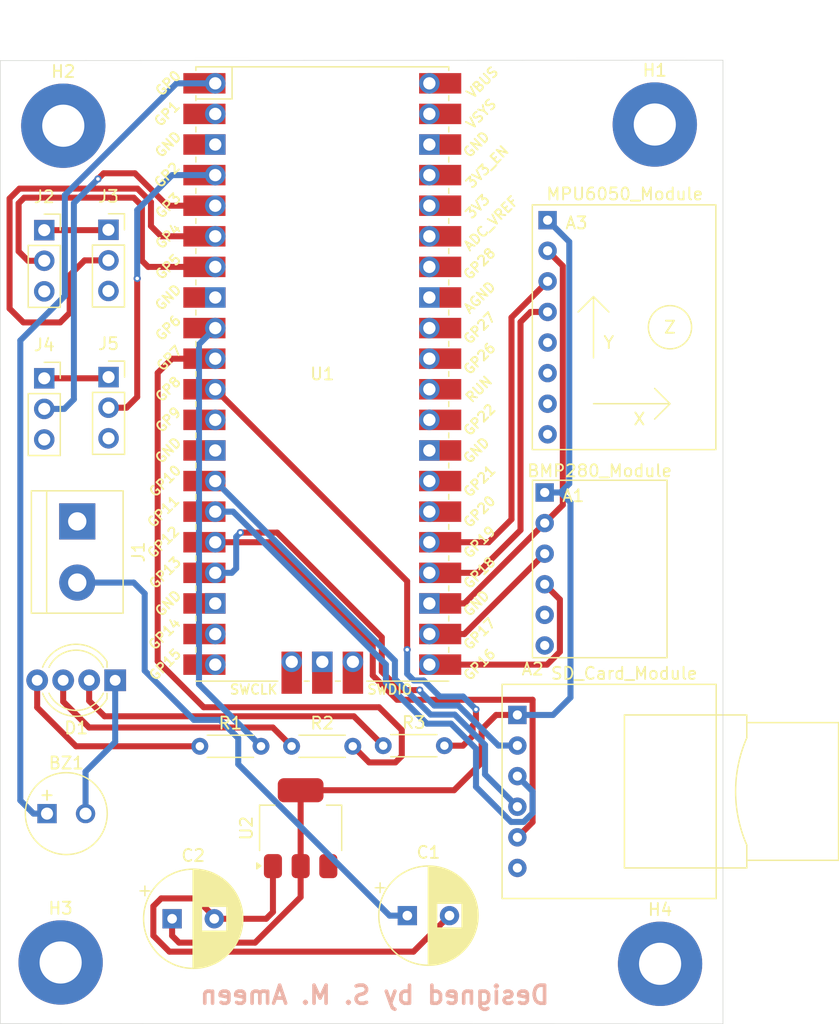
<source format=kicad_pcb>
(kicad_pcb (version 20240108) (generator "pcbnew") (generator_version "8.0")
  (layers (0 "F.Cu" signal) (31 "B.Cu" signal) (34 "B.Paste" user) (35 "F.Paste" user) (36 "B.SilkS" user "B.Silkscreen") (37 "F.SilkS" user "F.Silkscreen") (38 "B.Mask" user) (39 "F.Mask" user) (44 "Edge.Cuts" user))
  (net 0 "")
  (net 1 "BMP_SCL")
  (net 2 "/5v")
  (net 4 "BMP_SDA")
  (net 6 "GND")
  (net 7 "SD_CS")
  (net 8 "SD_MISO")
  (net 9 "SD_MOSI")
  (net 10 "SD_CLK")
  (net 11 "IMU_SDA")
  (net 16 "IMU_SCL")
  (net 17 "/BUZZER")
  (net 18 "/POWER")
  (net 19 "Net-(D1-GA)")
  (net 20 "Net-(D1-BA)")
  (net 21 "Net-(D1-RA)")
  (net 22 "/3.3v")
  (net 23 "/ESC_SIG_1")
  (net 24 "/ESC_SIG_2")
  (net 25 "/ESC_SIG_3")
  (net 26 "/ESC_SIG_4")
  (net 27 "LED_BLUE")
  (net 28 "LED_GREEN")
  (net 29 "LED_RED")
  (footprint "MountingHole:MountingHole_3.5mm_Pad" (layer "F.Cu") (at 170.01 125.38)
    (property "Reference" "H3" (at 0 -4.5 0) (layer "F.SilkS"))
    (property "Value" "MountingHole" (hide yes))
    (pad "1" thru_hole circle (at 0 0) (size 7 7) (drill 3.5) (layers "*.Cu" "*.Mask"))
  )
  (footprint "MountingHole:MountingHole_3.5mm_Pad" (layer "F.Cu") (at 219.35 55.81)
    (property "Reference" "H1" (at 0 -4.5 0) (layer "F.SilkS"))
    (property "Value" "MountingHole" (hide yes))
    (pad "1" thru_hole circle (at 0 0) (size 7 7) (drill 3.5) (layers "*.Cu" "*.Mask"))
  )
  (footprint "Resistor_THT:R_Axial_DIN0204_L3.6mm_D1.6mm_P5.08mm_Horizontal" (layer "F.Cu") (at 196.8 107.38)
    (property "Reference" "R3" (at 2.54 -1.92 0) (layer "F.SilkS"))
    (property "Value" "330" (hide yes))
    (pad "1" thru_hole circle (at 0 0) (size 1.4 1.4) (drill 0.7) (layers "*.Cu" "*.Mask") (net 21 "Net-(D1-RA)"))
    (pad "2" thru_hole oval (at 5.08 0) (size 1.4 1.4) (drill 0.7) (layers "*.Cu" "*.Mask") (net 29 "LED_RED"))
  )
  (footprint "Connector_PinSocket_2.54mm:PinSocket_1x03_P2.54mm_Vertical" (layer "F.Cu") (at 173.99 76.78)
    (property "Reference" "J5" (at 0 -2.77 0) (layer "F.SilkS"))
    (property "Value" "ESC_4")
    (pad "1" thru_hole rect (at 0 0) (size 1.7 1.7) (drill 1) (layers "*.Cu" "*.Mask") (net 22 "/3.3v"))
    (pad "2" thru_hole oval (at 0 2.54) (size 1.7 1.7) (drill 1) (layers "*.Cu" "*.Mask") (net 26 "/ESC_SIG_4"))
    (pad "3" thru_hole oval (at 0 5.08) (size 1.7 1.7) (drill 1) (layers "*.Cu" "*.Mask") (net 6 "GND"))
  )
  (footprint "Connector_PinSocket_2.54mm:PinSocket_1x03_P2.54mm_Vertical" (layer "F.Cu") (at 173.98 64.55)
    (property "Reference" "J3" (at 0 -2.77 0) (layer "F.SilkS"))
    (property "Value" "ESC_2")
    (pad "1" thru_hole rect (at 0 0) (size 1.7 1.7) (drill 1) (layers "*.Cu" "*.Mask") (net 22 "/3.3v"))
    (pad "2" thru_hole oval (at 0 2.54) (size 1.7 1.7) (drill 1) (layers "*.Cu" "*.Mask") (net 24 "/ESC_SIG_2"))
    (pad "3" thru_hole oval (at 0 5.08) (size 1.7 1.7) (drill 1) (layers "*.Cu" "*.Mask") (net 6 "GND"))
  )
  (footprint "RaspberryPi_and_Boards:RPi_Pico_SMD_TH" (layer "F.Cu") (at 191.74 76.52)
    (property "Reference" "U1" (at 0 0 0) (layer "F.SilkS"))
    (property "Value" "Raspberry Pi Pico Development Board")
    (fp_text user "GND" (at -12.8 -6.35 45) (layer "F.SilkS") (effects (font (size 0.8 0.8))))
    (fp_text user "GP15" (at -13.054 24.13 45) (layer "F.SilkS") (effects (font (size 0.8 0.8))))
    (fp_text user "GP10" (at -13.054 8.89 45) (layer "F.SilkS") (effects (font (size 0.8 0.8))))
    (fp_text user "SWDIO" (at 5.6 26.2 0) (layer "F.SilkS") (effects (font (size 0.8 0.8))))
    (fp_text user "VBUS" (at 13.3 -24.2 45) (layer "F.SilkS") (effects (font (size 0.8 0.8))))
    (fp_text user "RUN" (at 13 1.27 45) (layer "F.SilkS") (effects (font (size 0.8 0.8))))
    (fp_text user "GP13" (at -13.054 16.51 45) (layer "F.SilkS") (effects (font (size 0.8 0.8))))
    (fp_text user "GP3" (at -12.8 -13.97 45) (layer "F.SilkS") (effects (font (size 0.8 0.8))))
    (fp_text user "GND" (at 12.8 -19.05 45) (layer "F.SilkS") (effects (font (size 0.8 0.8))))
    (fp_text user "GP8" (at -12.8 1.27 45) (layer "F.SilkS") (effects (font (size 0.8 0.8))))
    (fp_text user "GP4" (at -12.8 -11.43 45) (layer "F.SilkS") (effects (font (size 0.8 0.8))))
    (fp_text user "GP19" (at 13.054 13.97 45) (layer "F.SilkS") (effects (font (size 0.8 0.8))))
    (fp_text user "GP20" (at 13.054 11.43 45) (layer "F.SilkS") (effects (font (size 0.8 0.8))))
    (fp_text user "GP27" (at 13.054 -3.8 45) (layer "F.SilkS") (effects (font (size 0.8 0.8))))
    (fp_text user "GP18" (at 13.054 16.51 45) (layer "F.SilkS") (effects (font (size 0.8 0.8))))
    (fp_text user "GP17" (at 13.054 21.59 45) (layer "F.SilkS") (effects (font (size 0.8 0.8))))
    (fp_text user "GND" (at -12.8 19.05 45) (layer "F.SilkS") (effects (font (size 0.8 0.8))))
    (fp_text user "GND" (at -12.8 -19.05 45) (layer "F.SilkS") (effects (font (size 0.8 0.8))))
    (fp_text user "GP21" (at 13.054 8.9 45) (layer "F.SilkS") (effects (font (size 0.8 0.8))))
    (fp_text user "GP26" (at 13.054 -1.27 45) (layer "F.SilkS") (effects (font (size 0.8 0.8))))
    (fp_text user "VSYS" (at 13.2 -21.59 45) (layer "F.SilkS") (effects (font (size 0.8 0.8))))
    (fp_text user "GND" (at -12.8 6.35 45) (layer "F.SilkS") (effects (font (size 0.8 0.8))))
    (fp_text user "AGND" (at 13.054 -6.35 45) (layer "F.SilkS") (effects (font (size 0.8 0.8))))
    (fp_text user "3V3_EN" (at 13.7 -17.2 45) (layer "F.SilkS") (effects (font (size 0.8 0.8))))
    (fp_text user "GP16" (at 13.054 24.13 45) (layer "F.SilkS") (effects (font (size 0.8 0.8))))
    (fp_text user "ADC_VREF" (at 14 -12.5 45) (layer "F.SilkS") (effects (font (size 0.8 0.8))))
    (fp_text user "GP7" (at -12.7 -1.3 45) (layer "F.SilkS") (effects (font (size 0.8 0.8))))
    (fp_text user "GP2" (at -12.9 -16.51 45) (layer "F.SilkS") (effects (font (size 0.8 0.8))))
    (fp_text user "GP28" (at 13.054 -9.144 45) (layer "F.SilkS") (effects (font (size 0.8 0.8))))
    (fp_text user "GP0" (at -12.8 -24.13 45) (layer "F.SilkS") (effects (font (size 0.8 0.8))))
    (fp_text user "GP1" (at -12.9 -21.6 45) (layer "F.SilkS") (effects (font (size 0.8 0.8))))
    (fp_text user "GP12" (at -13.2 13.97 45) (layer "F.SilkS") (effects (font (size 0.8 0.8))))
    (fp_text user "GP11" (at -13.2 11.43 45) (layer "F.SilkS") (effects (font (size 0.8 0.8))))
    (fp_text user "3V3" (at 12.9 -13.9 45) (layer "F.SilkS") (effects (font (size 0.8 0.8))))
    (fp_text user "GP22" (at 13.054 3.81 45) (layer "F.SilkS") (effects (font (size 0.8 0.8))))
    (fp_text user "GP9" (at -12.8 3.81 45) (layer "F.SilkS") (effects (font (size 0.8 0.8))))
    (fp_text user "GP14" (at -13.1 21.59 45) (layer "F.SilkS") (effects (font (size 0.8 0.8))))
    (fp_text user "GND" (at 12.8 6.35 45) (layer "F.SilkS") (effects (font (size 0.8 0.8))))
    (fp_text user "GND" (at 12.8 19.05 45) (layer "F.SilkS") (effects (font (size 0.8 0.8))))
    (fp_text user "SWCLK" (at -5.7 26.2 0) (layer "F.SilkS") (effects (font (size 0.8 0.8))))
    (fp_text user "GP5" (at -12.8 -8.89 45) (layer "F.SilkS") (effects (font (size 0.8 0.8))))
    (fp_text user "GP6" (at -12.8 -3.81 45) (layer "F.SilkS") (effects (font (size 0.8 0.8))))
    (pad "" np_thru_hole oval (at -2.725 -24) (size 1.8 1.8) (drill 1.8) (layers "*.Cu" "*.Mask"))
    (pad "" np_thru_hole oval (at -2.425 -20.97) (size 1.5 1.5) (drill 1.5) (layers "*.Cu" "*.Mask"))
    (pad "" np_thru_hole oval (at 2.425 -20.97) (size 1.5 1.5) (drill 1.5) (layers "*.Cu" "*.Mask"))
    (pad "" np_thru_hole oval (at 2.725 -24) (size 1.8 1.8) (drill 1.8) (layers "*.Cu" "*.Mask"))
    (pad "1" thru_hole oval (at -8.89 -24.13) (size 1.7 1.7) (drill 1.02) (layers "*.Cu" "*.Mask") (net 17 "/BUZZER"))
    (pad "1" smd rect (at -8.89 -24.13) (size 3.5 1.7) (drill (offset -0.9 0)) (layers "F.Cu" "F.Mask") (net 17 "/BUZZER"))
    (pad "2" thru_hole oval (at -8.89 -21.59) (size 1.7 1.7) (drill 1.02) (layers "*.Cu" "*.Mask"))
    (pad "2" smd rect (at -8.89 -21.59) (size 3.5 1.7) (drill (offset -0.9 0)) (layers "F.Cu" "F.Mask"))
    (pad "3" thru_hole rect (at -8.89 -19.05) (size 1.7 1.7) (drill 1.02) (layers "*.Cu" "*.Mask") (net 6 "GND"))
    (pad "3" smd rect (at -8.89 -19.05) (size 3.5 1.7) (drill (offset -0.9 0)) (layers "F.Cu" "F.Mask") (net 6 "GND"))
    (pad "4" thru_hole oval (at -8.89 -16.51) (size 1.7 1.7) (drill 1.02) (layers "*.Cu" "*.Mask") (net 26 "/ESC_SIG_4"))
    (pad "4" smd rect (at -8.89 -16.51) (size 3.5 1.7) (drill (offset -0.9 0)) (layers "F.Cu" "F.Mask") (net 26 "/ESC_SIG_4"))
    (pad "5" thru_hole oval (at -8.89 -13.97) (size 1.7 1.7) (drill 1.02) (layers "*.Cu" "*.Mask") (net 25 "/ESC_SIG_3"))
    (pad "5" smd rect (at -8.89 -13.97) (size 3.5 1.7) (drill (offset -0.9 0)) (layers "F.Cu" "F.Mask") (net 25 "/ESC_SIG_3"))
    (pad "6" thru_hole oval (at -8.89 -11.43) (size 1.7 1.7) (drill 1.02) (layers "*.Cu" "*.Mask") (net 24 "/ESC_SIG_2"))
    (pad "6" smd rect (at -8.89 -11.43) (size 3.5 1.7) (drill (offset -0.9 0)) (layers "F.Cu" "F.Mask") (net 24 "/ESC_SIG_2"))
    (pad "7" thru_hole oval (at -8.89 -8.89) (size 1.7 1.7) (drill 1.02) (layers "*.Cu" "*.Mask") (net 23 "/ESC_SIG_1"))
    (pad "7" smd rect (at -8.89 -8.89) (size 3.5 1.7) (drill (offset -0.9 0)) (layers "F.Cu" "F.Mask") (net 23 "/ESC_SIG_1"))
    (pad "8" thru_hole rect (at -8.89 -6.35) (size 1.7 1.7) (drill 1.02) (layers "*.Cu" "*.Mask") (net 6 "GND"))
    (pad "8" smd rect (at -8.89 -6.35) (size 3.5 1.7) (drill (offset -0.9 0)) (layers "F.Cu" "F.Mask") (net 6 "GND"))
    (pad "9" thru_hole oval (at -8.89 -3.81) (size 1.7 1.7) (drill 1.02) (layers "*.Cu" "*.Mask") (net 27 "LED_BLUE"))
    (pad "9" smd rect (at -8.89 -3.81) (size 3.5 1.7) (drill (offset -0.9 0)) (layers "F.Cu" "F.Mask") (net 27 "LED_BLUE"))
    (pad "10" thru_hole oval (at -8.89 -1.27) (size 1.7 1.7) (drill 1.02) (layers "*.Cu" "*.Mask") (net 28 "LED_GREEN"))
    (pad "10" smd rect (at -8.89 -1.27) (size 3.5 1.7) (drill (offset -0.9 0)) (layers "F.Cu" "F.Mask") (net 28 "LED_GREEN"))
    (pad "11" thru_hole oval (at -8.89 1.27) (size 1.7 1.7) (drill 1.02) (layers "*.Cu" "*.Mask") (net 29 "LED_RED"))
    (pad "11" smd rect (at -8.89 1.27) (size 3.5 1.7) (drill (offset -0.9 0)) (layers "F.Cu" "F.Mask") (net 29 "LED_RED"))
    (pad "12" thru_hole oval (at -8.89 3.81) (size 1.7 1.7) (drill 1.02) (layers "*.Cu" "*.Mask"))
    (pad "12" smd rect (at -8.89 3.81) (size 3.5 1.7) (drill (offset -0.9 0)) (layers "F.Cu" "F.Mask"))
    (pad "13" thru_hole rect (at -8.89 6.35) (size 1.7 1.7) (drill 1.02) (layers "*.Cu" "*.Mask") (net 6 "GND"))
    (pad "13" smd rect (at -8.89 6.35) (size 3.5 1.7) (drill (offset -0.9 0)) (layers "F.Cu" "F.Mask") (net 6 "GND"))
    (pad "14" thru_hole oval (at -8.89 8.89) (size 1.7 1.7) (drill 1.02) (layers "*.Cu" "*.Mask") (net 10 "SD_CLK"))
    (pad "14" smd rect (at -8.89 8.89) (size 3.5 1.7) (drill (offset -0.9 0)) (layers "F.Cu" "F.Mask") (net 10 "SD_CLK"))
    (pad "15" thru_hole oval (at -8.89 11.43) (size 1.7 1.7) (drill 1.02) (layers "*.Cu" "*.Mask") (net 9 "SD_MOSI"))
    (pad "15" smd rect (at -8.89 11.43) (size 3.5 1.7) (drill (offset -0.9 0)) (layers "F.Cu" "F.Mask") (net 9 "SD_MOSI"))
    (pad "16" thru_hole oval (at -8.89 13.97) (size 1.7 1.7) (drill 1.02) (layers "*.Cu" "*.Mask") (net 8 "SD_MISO"))
    (pad "16" smd rect (at -8.89 13.97) (size 3.5 1.7) (drill (offset -0.9 0)) (layers "F.Cu" "F.Mask") (net 8 "SD_MISO"))
    (pad "17" thru_hole oval (at -8.89 16.51) (size 1.7 1.7) (drill 1.02) (layers "*.Cu" "*.Mask") (net 7 "SD_CS"))
    (pad "17" smd rect (at -8.89 16.51) (size 3.5 1.7) (drill (offset -0.9 0)) (layers "F.Cu" "F.Mask") (net 7 "SD_CS"))
    (pad "18" thru_hole rect (at -8.89 19.05) (size 1.7 1.7) (drill 1.02) (layers "*.Cu" "*.Mask") (net 6 "GND"))
    (pad "18" smd rect (at -8.89 19.05) (size 3.5 1.7) (drill (offset -0.9 0)) (layers "F.Cu" "F.Mask") (net 6 "GND"))
    (pad "19" thru_hole oval (at -8.89 21.59) (size 1.7 1.7) (drill 1.02) (layers "*.Cu" "*.Mask"))
    (pad "19" smd rect (at -8.89 21.59) (size 3.5 1.7) (drill (offset -0.9 0)) (layers "F.Cu" "F.Mask"))
    (pad "20" thru_hole oval (at -8.89 24.13) (size 1.7 1.7) (drill 1.02) (layers "*.Cu" "*.Mask"))
    (pad "20" smd rect (at -8.89 24.13) (size 3.5 1.7) (drill (offset -0.9 0)) (layers "F.Cu" "F.Mask"))
    (pad "21" thru_hole oval (at 8.89 24.13) (size 1.7 1.7) (drill 1.02) (layers "*.Cu" "*.Mask") (net 4 "BMP_SDA"))
    (pad "21" smd rect (at 8.89 24.13) (size 3.5 1.7) (drill (offset 0.9 0)) (layers "F.Cu" "F.Mask") (net 4 "BMP_SDA"))
    (pad "22" thru_hole oval (at 8.89 21.59) (size 1.7 1.7) (drill 1.02) (layers "*.Cu" "*.Mask") (net 1 "BMP_SCL"))
    (pad "22" smd rect (at 8.89 21.59) (size 3.5 1.7) (drill (offset 0.9 0)) (layers "F.Cu" "F.Mask") (net 1 "BMP_SCL"))
    (pad "23" thru_hole rect (at 8.89 19.05) (size 1.7 1.7) (drill 1.02) (layers "*.Cu" "*.Mask") (net 6 "GND"))
    (pad "23" smd rect (at 8.89 19.05) (size 3.5 1.7) (drill (offset 0.9 0)) (layers "F.Cu" "F.Mask") (net 6 "GND"))
    (pad "24" thru_hole oval (at 8.89 16.51) (size 1.7 1.7) (drill 1.02) (layers "*.Cu" "*.Mask") (net 11 "IMU_SDA"))
    (pad "24" smd rect (at 8.89 16.51) (size 3.5 1.7) (drill (offset 0.9 0)) (layers "F.Cu" "F.Mask") (net 11 "IMU_SDA"))
    (pad "25" thru_hole oval (at 8.89 13.97) (size 1.7 1.7) (drill 1.02) (layers "*.Cu" "*.Mask") (net 16 "IMU_SCL"))
    (pad "25" smd rect (at 8.89 13.97) (size 3.5 1.7) (drill (offset 0.9 0)) (layers "F.Cu" "F.Mask") (net 16 "IMU_SCL"))
    (pad "26" thru_hole oval (at 8.89 11.43) (size 1.7 1.7) (drill 1.02) (layers "*.Cu" "*.Mask"))
    (pad "26" smd rect (at 8.89 11.43) (size 3.5 1.7) (drill (offset 0.9 0)) (layers "F.Cu" "F.Mask"))
    (pad "27" thru_hole oval (at 8.89 8.89) (size 1.7 1.7) (drill 1.02) (layers "*.Cu" "*.Mask"))
    (pad "27" smd rect (at 8.89 8.89) (size 3.5 1.7) (drill (offset 0.9 0)) (layers "F.Cu" "F.Mask"))
    (pad "28" thru_hole rect (at 8.89 6.35) (size 1.7 1.7) (drill 1.02) (layers "*.Cu" "*.Mask") (net 6 "GND"))
    (pad "28" smd rect (at 8.89 6.35) (size 3.5 1.7) (drill (offset 0.9 0)) (layers "F.Cu" "F.Mask") (net 6 "GND"))
    (pad "29" thru_hole oval (at 8.89 3.81) (size 1.7 1.7) (drill 1.02) (layers "*.Cu" "*.Mask"))
    (pad "29" smd rect (at 8.89 3.81) (size 3.5 1.7) (drill (offset 0.9 0)) (layers "F.Cu" "F.Mask"))
    (pad "30" thru_hole oval (at 8.89 1.27) (size 1.7 1.7) (drill 1.02) (layers "*.Cu" "*.Mask"))
    (pad "30" smd rect (at 8.89 1.27) (size 3.5 1.7) (drill (offset 0.9 0)) (layers "F.Cu" "F.Mask"))
    (pad "31" thru_hole oval (at 8.89 -1.27) (size 1.7 1.7) (drill 1.02) (layers "*.Cu" "*.Mask"))
    (pad "31" smd rect (at 8.89 -1.27) (size 3.5 1.7) (drill (offset 0.9 0)) (layers "F.Cu" "F.Mask"))
    (pad "32" thru_hole oval (at 8.89 -3.81) (size 1.7 1.7) (drill 1.02) (layers "*.Cu" "*.Mask"))
    (pad "32" smd rect (at 8.89 -3.81) (size 3.5 1.7) (drill (offset 0.9 0)) (layers "F.Cu" "F.Mask"))
    (pad "33" thru_hole rect (at 8.89 -6.35) (size 1.7 1.7) (drill 1.02) (layers "*.Cu" "*.Mask") (net 6 "GND"))
    (pad "33" smd rect (at 8.89 -6.35) (size 3.5 1.7) (drill (offset 0.9 0)) (layers "F.Cu" "F.Mask") (net 6 "GND"))
    (pad "34" thru_hole oval (at 8.89 -8.89) (size 1.7 1.7) (drill 1.02) (layers "*.Cu" "*.Mask"))
    (pad "34" smd rect (at 8.89 -8.89) (size 3.5 1.7) (drill (offset 0.9 0)) (layers "F.Cu" "F.Mask"))
    (pad "35" thru_hole oval (at 8.89 -11.43) (size 1.7 1.7) (drill 1.02) (layers "*.Cu" "*.Mask"))
    (pad "35" smd rect (at 8.89 -11.43) (size 3.5 1.7) (drill (offset 0.9 0)) (layers "F.Cu" "F.Mask"))
    (pad "36" thru_hole oval (at 8.89 -13.97) (size 1.7 1.7) (drill 1.02) (layers "*.Cu" "*.Mask"))
    (pad "36" smd rect (at 8.89 -13.97) (size 3.5 1.7) (drill (offset 0.9 0)) (layers "F.Cu" "F.Mask"))
    (pad "37" thru_hole oval (at 8.89 -16.51) (size 1.7 1.7) (drill 1.02) (layers "*.Cu" "*.Mask"))
    (pad "37" smd rect (at 8.89 -16.51) (size 3.5 1.7) (drill (offset 0.9 0)) (layers "F.Cu" "F.Mask"))
    (pad "38" thru_hole rect (at 8.89 -19.05) (size 1.7 1.7) (drill 1.02) (layers "*.Cu" "*.Mask") (net 6 "GND"))
    (pad "38" smd rect (at 8.89 -19.05) (size 3.5 1.7) (drill (offset 0.9 0)) (layers "F.Cu" "F.Mask") (net 6 "GND"))
    (pad "39" thru_hole oval (at 8.89 -21.59) (size 1.7 1.7) (drill 1.02) (layers "*.Cu" "*.Mask") (net 2 "/5v"))
    (pad "39" smd rect (at 8.89 -21.59) (size 3.5 1.7) (drill (offset 0.9 0)) (layers "F.Cu" "F.Mask") (net 2 "/5v"))
    (pad "40" thru_hole oval (at 8.89 -24.13) (size 1.7 1.7) (drill 1.02) (layers "*.Cu" "*.Mask"))
    (pad "40" smd rect (at 8.89 -24.13) (size 3.5 1.7) (drill (offset 0.9 0)) (layers "F.Cu" "F.Mask"))
    (pad "41" thru_hole oval (at -2.54 23.9) (size 1.7 1.7) (drill 1.02) (layers "*.Cu" "*.Mask"))
    (pad "41" smd rect (at -2.54 23.9 90) (size 3.5 1.7) (drill (offset -0.9 0)) (layers "F.Cu" "F.Mask"))
    (pad "42" thru_hole rect (at 0 23.9) (size 1.7 1.7) (drill 1.02) (layers "*.Cu" "*.Mask"))
    (pad "42" smd rect (at 0 23.9 90) (size 3.5 1.7) (drill (offset -0.9 0)) (layers "F.Cu" "F.Mask"))
    (pad "43" thru_hole oval (at 2.54 23.9) (size 1.7 1.7) (drill 1.02) (layers "*.Cu" "*.Mask"))
    (pad "43" smd rect (at 2.54 23.9 90) (size 3.5 1.7) (drill (offset -0.9 0)) (layers "F.Cu" "F.Mask"))
  )
  (footprint "Connector_PinSocket_2.54mm:PinSocket_1x03_P2.54mm_Vertical" (layer "F.Cu") (at 168.65 64.58)
    (property "Reference" "J2" (at 0 -2.77 0) (layer "F.SilkS"))
    (property "Value" "ESC_1")
    (pad "1" thru_hole rect (at 0 0) (size 1.7 1.7) (drill 1) (layers "*.Cu" "*.Mask") (net 22 "/3.3v"))
    (pad "2" thru_hole oval (at 0 2.54) (size 1.7 1.7) (drill 1) (layers "*.Cu" "*.Mask") (net 23 "/ESC_SIG_1"))
    (pad "3" thru_hole oval (at 0 5.08) (size 1.7 1.7) (drill 1) (layers "*.Cu" "*.Mask") (net 6 "GND"))
  )
  (footprint "MountingHole:MountingHole_3.5mm_Pad" (layer "F.Cu") (at 219.79 125.49)
    (property "Reference" "H4" (at 0 -4.5 0) (layer "F.SilkS"))
    (property "Value" "MountingHole" (hide yes))
    (pad "1" thru_hole circle (at 0 0) (size 7 7) (drill 3.5) (layers "*.Cu" "*.Mask"))
  )
  (footprint "Capacitor_THT:CP_Radial_D8.0mm_P3.50mm" (layer "F.Cu") (at 179.267349 121.75)
    (property "Reference" "C2" (at 1.75 -5.25 0) (layer "F.SilkS"))
    (property "Value" "10uf")
    (pad "1" thru_hole rect (at 0 0) (size 1.6 1.6) (drill 0.8) (layers "*.Cu" "*.Mask") (net 2 "/5v"))
    (pad "2" thru_hole circle (at 3.5 0) (size 1.6 1.6) (drill 0.8) (layers "*.Cu" "*.Mask") (net 6 "GND"))
  )
  (footprint "LED_THT:LED_D5.0mm-4_RGB_Wide_Pins" (layer "F.Cu") (at 174.54 101.95 180)
    (property "Reference" "D1" (at 3.2385 -3.96 180) (layer "F.SilkS"))
    (property "Value" "RGB LED")
    (pad "1" thru_hole rect (at 0 0 180) (size 1.8 1.8) (drill 0.9) (layers "*.Cu" "*.Mask") (net 6 "GND"))
    (pad "2" thru_hole circle (at 2.159 0 180) (size 1.8 1.8) (drill 0.9) (layers "*.Cu" "*.Mask") (net 21 "Net-(D1-RA)"))
    (pad "3" thru_hole circle (at 4.318 0 180) (size 1.8 1.8) (drill 0.9) (layers "*.Cu" "*.Mask") (net 19 "Net-(D1-GA)"))
    (pad "4" thru_hole circle (at 6.477 0 180) (size 1.8 1.8) (drill 0.9) (layers "*.Cu" "*.Mask") (net 20 "Net-(D1-BA)"))
  )
  (footprint "Package_TO_SOT_SMD:SOT-223-3_TabPin2" (layer "F.Cu") (at 189.94 114.23 90)
    (property "Reference" "U2" (at 0 -4.5 270) (layer "F.SilkS"))
    (property "Value" "AMS1117-5.0")
    (pad "1" smd roundrect (at -3.15 -2.3 90) (size 2 1.5) (layers "F.Cu" "F.Paste" "F.Mask") (net 6 "GND"))
    (pad "2" smd roundrect (at -3.15 0 90) (size 2 1.5) (layers "F.Cu" "F.Paste" "F.Mask") (net 2 "/5v"))
    (pad "2" smd roundrect (at 3.15 0 90) (size 2 3.8) (layers "F.Cu" "F.Paste" "F.Mask") (net 2 "/5v"))
    (pad "3" smd roundrect (at -3.15 2.3 90) (size 2 1.5) (layers "F.Cu" "F.Paste" "F.Mask") (net 18 "/POWER"))
  )
  (footprint "MountingHole:MountingHole_3.5mm_Pad" (layer "F.Cu") (at 170.23 55.91)
    (property "Reference" "H2" (at 0 -4.5 0) (layer "F.SilkS"))
    (property "Value" "MountingHole" (hide yes))
    (pad "1" thru_hole circle (at 0 0) (size 7 7) (drill 3.5) (layers "*.Cu" "*.Mask"))
  )
  (footprint "Resistor_THT:R_Axial_DIN0204_L3.6mm_D1.6mm_P5.08mm_Horizontal" (layer "F.Cu") (at 189.19 107.43)
    (property "Reference" "R2" (at 2.54 -1.92 0) (layer "F.SilkS"))
    (property "Value" "330" (hide yes))
    (pad "1" thru_hole circle (at 0 0) (size 1.4 1.4) (drill 0.7) (layers "*.Cu" "*.Mask") (net 19 "Net-(D1-GA)"))
    (pad "2" thru_hole oval (at 5.08 0) (size 1.4 1.4) (drill 0.7) (layers "*.Cu" "*.Mask") (net 28 "LED_GREEN"))
  )
  (footprint "Connector_PinSocket_2.54mm:PinSocket_1x03_P2.54mm_Vertical" (layer "F.Cu") (at 168.65 76.88)
    (property "Reference" "J4" (at 0 -2.77 0) (layer "F.SilkS"))
    (property "Value" "ESC_3")
    (pad "1" thru_hole rect (at 0 0) (size 1.7 1.7) (drill 1) (layers "*.Cu" "*.Mask") (net 22 "/3.3v"))
    (pad "2" thru_hole oval (at 0 2.54) (size 1.7 1.7) (drill 1) (layers "*.Cu" "*.Mask") (net 25 "/ESC_SIG_3"))
    (pad "3" thru_hole oval (at 0 5.08) (size 1.7 1.7) (drill 1) (layers "*.Cu" "*.Mask") (net 6 "GND"))
  )
  (footprint "Charleslabs_Parts:MPU6050_Module" (layer "F.Cu") (at 210.45 63.75)
    (property "Reference" "A3" (at 2.4 0.23 0) (layer "F.SilkS"))
    (property "Value" "MPU6050_Module" (at 6.41 -2.17 0) (layer "F.SilkS"))
    (fp_text user "Y" (at 5.08 10.16 0) (layer "F.SilkS"))
    (fp_text user "Z" (at 10.16 8.89 0) (layer "F.SilkS"))
    (fp_text user "X" (at 7.62 16.51 0) (layer "F.SilkS"))
    (pad "1" thru_hole rect (at 0 0) (size 1.524 1.524) (drill 0.762) (layers "*.Cu" "*.Mask") (net 2 "/5v"))
    (pad "2" thru_hole circle (at 0 2.54) (size 1.524 1.524) (drill 0.762) (layers "*.Cu" "*.Mask") (net 6 "GND"))
    (pad "3" thru_hole circle (at 0 5.08) (size 1.524 1.524) (drill 0.762) (layers "*.Cu" "*.Mask") (net 16 "IMU_SCL"))
    (pad "4" thru_hole circle (at 0 7.62) (size 1.524 1.524) (drill 0.762) (layers "*.Cu" "*.Mask") (net 11 "IMU_SDA"))
    (pad "5" thru_hole circle (at 0 10.16) (size 1.524 1.524) (drill 0.762) (layers "*.Cu" "*.Mask"))
    (pad "6" thru_hole circle (at 0 12.7) (size 1.524 1.524) (drill 0.762) (layers "*.Cu" "*.Mask"))
    (pad "7" thru_hole circle (at 0 15.24) (size 1.524 1.524) (drill 0.762) (layers "*.Cu" "*.Mask"))
    (pad "8" thru_hole circle (at 0 17.78) (size 1.524 1.524) (drill 0.762) (layers "*.Cu" "*.Mask"))
  )
  (footprint "Capacitor_THT:CP_Radial_D8.0mm_P3.50mm" (layer "F.Cu") (at 198.8 121.49)
    (property "Reference" "C1" (at 1.75 -5.25 360) (layer "F.SilkS"))
    (property "Value" "10uf")
    (pad "1" thru_hole rect (at 0 0) (size 1.6 1.6) (drill 0.8) (layers "*.Cu" "*.Mask") (net 18 "/POWER"))
    (pad "2" thru_hole circle (at 3.5 0) (size 1.6 1.6) (drill 0.8) (layers "*.Cu" "*.Mask") (net 6 "GND"))
  )
  (footprint "Resistor_THT:R_Axial_DIN0204_L3.6mm_D1.6mm_P5.08mm_Horizontal" (layer "F.Cu") (at 181.57 107.43)
    (property "Reference" "R1" (at 2.54 -1.92 0) (layer "F.SilkS"))
    (property "Value" "300" (hide yes))
    (pad "1" thru_hole circle (at 0 0) (size 1.4 1.4) (drill 0.7) (layers "*.Cu" "*.Mask") (net 20 "Net-(D1-BA)"))
    (pad "2" thru_hole oval (at 5.08 0) (size 1.4 1.4) (drill 0.7) (layers "*.Cu" "*.Mask") (net 27 "LED_BLUE"))
  )
  (footprint "TerminalBlock:TerminalBlock_bornier-2_P5.08mm" (layer "F.Cu") (at 171.39 88.76 -90)
    (property "Reference" "J1" (at 2.54 -5.08 90) (layer "F.SilkS"))
    (property "Value" "Power Supply ")
    (pad "1" thru_hole rect (at 0 0 270) (size 3 3) (drill 1.52) (layers "*.Cu" "*.Mask") (net 6 "GND"))
    (pad "2" thru_hole circle (at 5.08 0 270) (size 3 3) (drill 1.52) (layers "*.Cu" "*.Mask") (net 18 "/POWER"))
  )
  (footprint "Charleslabs_Parts:SD_Card_Module" (layer "F.Cu") (at 207.94 104.83)
    (property "Reference" "A2" (at 1.27 -3.81 0) (layer "F.SilkS"))
    (property "Value" "SD_Card_Module" (at 8.87 -3.45 0) (layer "F.SilkS"))
    (pad "1" thru_hole rect (at 0 0) (size 1.524 1.524) (drill 0.762) (layers "*.Cu" "*.Mask") (net 2 "/5v"))
    (pad "2" thru_hole circle (at 0 2.54) (size 1.524 1.524) (drill 0.762) (layers "*.Cu" "*.Mask") (net 7 "SD_CS"))
    (pad "3" thru_hole circle (at 0 5.08) (size 1.524 1.524) (drill 0.762) (layers "*.Cu" "*.Mask") (net 9 "SD_MOSI"))
    (pad "4" thru_hole circle (at 0 7.62) (size 1.524 1.524) (drill 0.762) (layers "*.Cu" "*.Mask") (net 10 "SD_CLK"))
    (pad "5" thru_hole circle (at 0 10.16) (size 1.524 1.524) (drill 0.762) (layers "*.Cu" "*.Mask") (net 8 "SD_MISO"))
    (pad "6" thru_hole circle (at 0 12.7) (size 1.524 1.524) (drill 0.762) (layers "*.Cu" "*.Mask") (net 6 "GND"))
  )
  (footprint "Buzzer_Beeper:MagneticBuzzer_Kingstate_KCG0601" (layer "F.Cu") (at 168.88 113.02)
    (property "Reference" "BZ1" (at 1.6 -4.2 0) (layer "F.SilkS"))
    (property "Value" "Buzzer")
    (fp_text user "+" (at 0 -1.6 0) (layer "F.SilkS"))
    (pad "1" thru_hole rect (at 0 0) (size 1.6 1.6) (drill 1) (layers "*.Cu" "*.Mask") (net 17 "/BUZZER"))
    (pad "2" thru_hole circle (at 3.2 0) (size 1.6 1.6) (drill 1) (layers "*.Cu" "*.Mask") (net 6 "GND"))
  )
  (footprint "Charleslabs_Parts:BMP280_Module" (layer "F.Cu") (at 210.208 86.36)
    (property "Reference" "A1" (at 2.372 0.27 0) (layer "F.SilkS"))
    (property "Value" "BMP280_Module" (at 4.562 -1.8 0) (layer "F.SilkS"))
    (pad "1" thru_hole rect (at 0 0) (size 1.524 1.524) (drill 0.762) (layers "*.Cu" "*.Mask") (net 2 "/5v"))
    (pad "2" thru_hole circle (at 0 2.54) (size 1.524 1.524) (drill 0.762) (layers "*.Cu" "*.Mask") (net 6 "GND"))
    (pad "3" thru_hole circle (at 0 5.08) (size 1.524 1.524) (drill 0.762) (layers "*.Cu" "*.Mask") (net 1 "BMP_SCL"))
    (pad "4" thru_hole circle (at 0 7.62) (size 1.524 1.524) (drill 0.762) (layers "*.Cu" "*.Mask") (net 4 "BMP_SDA"))
    (pad "5" thru_hole circle (at 0 10.16) (size 1.524 1.524) (drill 0.762) (layers "*.Cu" "*.Mask"))
    (pad "6" thru_hole circle (at 0 12.7) (size 1.524 1.524) (drill 0.762) (layers "*.Cu" "*.Mask"))
  )
  (gr_line (start 225.01 50.47) (end 225.01 130.47) (stroke (width 0.05)) (layer "Edge.Cuts"))
  (gr_line (start 225.01 130.47) (end 165.01 130.45) (stroke (width 0.05)) (layer "Edge.Cuts"))
  (gr_line (start 165 50.5) (end 225.01 50.47) (stroke (width 0.05)) (layer "Edge.Cuts"))
  (gr_line (start 165.01 130.45) (end 165 50.5) (stroke (width 0.05)) (layer "Edge.Cuts"))
  (gr_text "Designed by S. M. Ameen" (at 210.75 128.96 0) (layer "B.SilkS") (effects (font (size 1.5 1.5) (thickness 0.3) (bold yes)) (justify left bottom mirror)))
  (segment (start 203.538 98.11) (end 210.208 91.44) (width 0.5) (layer "F.Cu") (net 1))
  (segment (start 200.63 98.11) (end 203.538 98.11) (width 0.5) (layer "F.Cu") (net 1))
  (segment (start 189.94 119.95066) (end 186.16066 123.73) (width 0.5) (layer "F.Cu") (net 2))
  (segment (start 189.94 111.08) (end 202.68 111.08) (width 0.5) (layer "F.Cu") (net 2))
  (segment (start 204.97 106.03) (end 206.17 104.83) (width 0.5) (layer "F.Cu") (net 2))
  (segment (start 186.16066 123.73) (end 179.84 123.73) (width 0.5) (layer "F.Cu") (net 2))
  (segment (start 204.97 108.79) (end 204.97 106.03) (width 0.5) (layer "F.Cu") (net 2))
  (segment (start 179.84 123.73) (end 179.267349 123.157349) (width 0.5) (layer "F.Cu") (net 2))
  (segment (start 189.94 111.08) (end 189.94 117.38) (width 0.5) (layer "F.Cu") (net 2))
  (segment (start 202.68 111.08) (end 204.97 108.79) (width 0.5) (layer "F.Cu") (net 2))
  (segment (start 179.267349 123.157349) (end 179.267349 121.75) (width 0.5) (layer "F.Cu") (net 2))
  (segment (start 189.94 117.38) (end 189.94 119.95066) (width 0.5) (layer "F.Cu") (net 2))
  (segment (start 206.17 104.83) (end 207.94 104.83) (width 0.5) (layer "F.Cu") (net 2))
  (segment (start 212.35 87.19) (end 211.52 86.36) (width 0.5) (layer "B.Cu") (net 2))
  (segment (start 212.25 85.63) (end 212.25 65.55) (width 0.5) (layer "B.Cu") (net 2))
  (segment (start 210.9 104.83) (end 212.35 103.38) (width 0.5) (layer "B.Cu") (net 2))
  (segment (start 211.52 86.36) (end 212.25 85.63) (width 0.5) (layer "B.Cu") (net 2))
  (segment (start 210.208 86.36) (end 211.52 86.36) (width 0.5) (layer "B.Cu") (net 2))
  (segment (start 212.35 103.38) (end 212.35 87.19) (width 0.5) (layer "B.Cu") (net 2))
  (segment (start 207.94 104.83) (end 210.9 104.83) (width 0.5) (layer "B.Cu") (net 2))
  (segment (start 212.25 65.55) (end 210.45 63.75) (width 0.5) (layer "B.Cu") (net 2))
  (segment (start 210.402738 100.65) (end 211.47 99.582738) (width 0.5) (layer "F.Cu") (net 4))
  (segment (start 200.63 100.65) (end 210.402738 100.65) (width 0.5) (layer "F.Cu") (net 4))
  (segment (start 211.47 99.582738) (end 211.47 95.242) (width 0.5) (layer "F.Cu") (net 4))
  (segment (start 211.47 95.242) (end 210.208 93.98) (width 0.5) (layer "F.Cu") (net 4))
  (segment (start 187.08 121.75) (end 182.767349 121.75) (width 0.5) (layer "F.Cu") (net 6))
  (segment (start 203.538 95.57) (end 210.208 88.9) (width 0.5) (layer "F.Cu") (net 6))
  (segment (start 210.45 66.29) (end 211.712 67.552) (width 0.5) (layer "F.Cu") (net 6))
  (segment (start 181.24 120.06) (end 182.767349 121.587349) (width 0.5) (layer "F.Cu") (net 6))
  (segment (start 177.71 123.15) (end 177.71 120.707349) (width 0.5) (layer "F.Cu") (net 6))
  (segment (start 211.712 67.552) (end 211.712 87.396) (width 0.5) (layer "F.Cu") (net 6))
  (segment (start 177.71 120.707349) (end 178.357349 120.06) (width 0.5) (layer "F.Cu") (net 6))
  (segment (start 179.04 124.48) (end 177.71 123.15) (width 0.5) (layer "F.Cu") (net 6))
  (segment (start 211.712 87.396) (end 210.208 88.9) (width 0.5) (layer "F.Cu") (net 6))
  (segment (start 187.64 121.19) (end 187.08 121.75) (width 0.5) (layer "F.Cu") (net 6))
  (segment (start 200.63 95.57) (end 203.538 95.57) (width 0.5) (layer "F.Cu") (net 6))
  (segment (start 187.64 117.38) (end 187.64 121.19) (width 0.5) (layer "F.Cu") (net 6))
  (segment (start 202.3 121.49) (end 199.31 124.48) (width 0.5) (layer "F.Cu") (net 6))
  (segment (start 178.357349 120.06) (end 181.24 120.06) (width 0.5) (layer "F.Cu") (net 6))
  (segment (start 199.31 124.48) (end 179.04 124.48) (width 0.5) (layer "F.Cu") (net 6))
  (segment (start 182.767349 121.587349) (end 182.767349 121.75) (width 0.5) (layer "F.Cu") (net 6))
  (segment (start 172.08 109.53) (end 174.54 107.07) (width 0.5) (layer "B.Cu") (net 6))
  (segment (start 174.54 107.07) (end 174.54 101.95) (width 0.5) (layer "B.Cu") (net 6))
  (segment (start 172.08 113.02) (end 172.08 109.53) (width 0.5) (layer "B.Cu") (net 6))
  (segment (start 187.99 89.69) (end 184.937971 89.69) (width 0.5) (layer "F.Cu") (net 7))
  (segment (start 198.208661 102.768001) (end 196.68 101.23934) (width 0.5) (layer "F.Cu") (net 7))
  (segment (start 196.68 101.23934) (end 196.68 98.38) (width 0.5) (layer "F.Cu") (net 7))
  (segment (start 184.937971 89.69) (end 184.93797 89.690001) (width 0.5) (layer "F.Cu") (net 7))
  (segment (start 199.830033 102.768001) (end 198.208661 102.768001) (width 0.5) (layer "F.Cu") (net 7))
  (segment (start 196.68 98.38) (end 187.99 89.69) (width 0.5) (layer "F.Cu") (net 7))
  (via (at 199.830033 102.768001) (size 0.6) (drill 0.3) (layers "F.Cu" "B.Cu") (net 7))
  (via (at 184.93797 89.690001) (size 0.6) (drill 0.3) (layers "F.Cu" "B.Cu") (net 7))
  (segment (start 184.22 93.03) (end 182.85 93.03) (width 0.5) (layer "B.Cu") (net 7))
  (segment (start 199.830033 102.768001) (end 199.830033 102.838713) (width 0.5) (layer "B.Cu") (net 7))
  (segment (start 201.04132 104.05) (end 203.05 104.05) (width 0.5) (layer "B.Cu") (net 7))
  (segment (start 206.37 107.37) (end 207.94 107.37) (width 0.5) (layer "B.Cu") (net 7))
  (segment (start 184.59 92.66) (end 184.22 93.03) (width 0.5) (layer "B.Cu") (net 7))
  (segment (start 199.830033 102.838713) (end 201.04132 104.05) (width 0.5) (layer "B.Cu") (net 7))
  (segment (start 184.93797 89.690001) (end 184.59 90.037971) (width 0.5) (layer "B.Cu") (net 7))
  (segment (start 203.05 104.05) (end 206.37 107.37) (width 0.5) (layer "B.Cu") (net 7))
  (segment (start 184.59 90.037971) (end 184.59 92.66) (width 0.5) (layer "B.Cu") (net 7))
  (segment (start 187.44 90.49) (end 182.85 90.49) (width 0.5) (layer "F.Cu") (net 8))
  (segment (start 209.202 103.568) (end 197.948 103.568) (width 0.5) (layer "F.Cu") (net 8))
  (segment (start 197.948 103.568) (end 195.93 101.55) (width 0.5) (layer "F.Cu") (net 8))
  (segment (start 195.93 101.55) (end 195.93 98.98) (width 0.5) (layer "F.Cu") (net 8))
  (segment (start 209.202 113.728) (end 209.202 103.568) (width 0.5) (layer "F.Cu") (net 8))
  (segment (start 195.93 98.98) (end 187.44 90.49) (width 0.5) (layer "F.Cu") (net 8))
  (segment (start 207.94 114.99) (end 209.202 113.728) (width 0.5) (layer "F.Cu") (net 8))
  (segment (start 200.42 105.55) (end 197.02 102.15) (width 0.5) (layer "B.Cu") (net 9))
  (segment (start 202.42868 105.55) (end 200.42 105.55) (width 0.5) (layer "B.Cu") (net 9))
  (segment (start 197.02 102.15) (end 197.02 100.64066) (width 0.5) (layer "B.Cu") (net 9))
  (segment (start 209.202 112.972738) (end 208.462738 113.712) (width 0.5) (layer "B.Cu") (net 9))
  (segment (start 209.202 111.172) (end 209.202 112.972738) (width 0.5) (layer "B.Cu") (net 9))
  (segment (start 204.502943 107.624263) (end 202.42868 105.55) (width 0.5) (layer "B.Cu") (net 9))
  (segment (start 204.502943 110.797681) (end 204.502943 107.624263) (width 0.5) (layer "B.Cu") (net 9))
  (segment (start 208.462738 113.712) (end 207.417262 113.712) (width 0.5) (layer "B.Cu") (net 9))
  (segment (start 184.32934 87.95) (end 182.85 87.95) (width 0.5) (layer "B.Cu") (net 9))
  (segment (start 207.417262 113.712) (end 204.502943 110.797681) (width 0.5) (layer "B.Cu") (net 9))
  (segment (start 207.94 109.91) (end 209.202 111.172) (width 0.5) (layer "B.Cu") (net 9))
  (segment (start 197.02 100.64066) (end 184.32934 87.95) (width 0.5) (layer "B.Cu") (net 9))
  (segment (start 205.252943 109.762943) (end 205.252943 107.313603) (width 0.5) (layer "B.Cu") (net 10))
  (segment (start 197.77 100.33) (end 182.85 85.41) (width 0.5) (layer "B.Cu") (net 10))
  (segment (start 205.252943 107.313603) (end 202.73934 104.8) (width 0.5) (layer "B.Cu") (net 10))
  (segment (start 202.73934 104.8) (end 200.73066 104.8) (width 0.5) (layer "B.Cu") (net 10))
  (segment (start 197.77 101.83934) (end 197.77 100.33) (width 0.5) (layer "B.Cu") (net 10))
  (segment (start 200.73066 104.8) (end 197.77 101.83934) (width 0.5) (layer "B.Cu") (net 10))
  (segment (start 207.94 112.45) (end 205.252943 109.762943) (width 0.5) (layer "B.Cu") (net 10))
  (segment (start 209.04 71.37) (end 210.45 71.37) (width 0.5) (layer "F.Cu") (net 11))
  (segment (start 204.65 93.03) (end 208.2 89.48) (width 0.5) (layer "F.Cu") (net 11))
  (segment (start 208.2 89.48) (end 208.2 72.21) (width 0.5) (layer "F.Cu") (net 11))
  (segment (start 200.63 93.03) (end 204.65 93.03) (width 0.5) (layer "F.Cu") (net 11))
  (segment (start 208.2 72.21) (end 209.04 71.37) (width 0.5) (layer "F.Cu") (net 11))
  (segment (start 207.45 88.59) (end 205.55 90.49) (width 0.5) (layer "F.Cu") (net 16))
  (segment (start 210.45 68.83) (end 207.45 71.83) (width 0.5) (layer "F.Cu") (net 16))
  (segment (start 207.45 71.83) (end 207.45 88.59) (width 0.5) (layer "F.Cu") (net 16))
  (segment (start 205.55 90.49) (end 200.63 90.49) (width 0.5) (layer "F.Cu") (net 16))
  (segment (start 167.76 113.02) (end 166.663 111.923) (width 0.5) (layer "B.Cu") (net 17))
  (segment (start 166.663 111.923) (end 166.663 73.737) (width 0.5) (layer "B.Cu") (net 17))
  (segment (start 170.36 70.04) (end 170.36 61.67) (width 0.5) (layer "B.Cu") (net 17))
  (segment (start 168.88 113.02) (end 167.76 113.02) (width 0.5) (layer "B.Cu") (net 17))
  (segment (start 166.663 73.737) (end 170.36 70.04) (width 0.5) (layer "B.Cu") (net 17))
  (segment (start 179.64 52.39) (end 182.85 52.39) (width 0.5) (layer "B.Cu") (net 17))
  (segment (start 170.36 61.67) (end 179.64 52.39) (width 0.5) (layer "B.Cu") (net 17))
  (segment (start 176.99 101.152943) (end 181.077057 105.24) (width 0.5) (layer "B.Cu") (net 18))
  (segment (start 171.39 93.84) (end 176.08 93.84) (width 0.5) (layer "B.Cu") (net 18))
  (segment (start 181.077057 105.24) (end 183.24 105.24) (width 0.5) (layer "B.Cu") (net 18))
  (segment (start 184.76 108.922943) (end 197.327057 121.49) (width 0.5) (layer "B.Cu") (net 18))
  (segment (start 183.24 105.24) (end 184.76 106.76) (width 0.5) (layer "B.Cu") (net 18))
  (segment (start 184.76 106.76) (end 184.76 108.922943) (width 0.5) (layer "B.Cu") (net 18))
  (segment (start 197.327057 121.49) (end 198.8 121.49) (width 0.5) (layer "B.Cu") (net 18))
  (segment (start 176.08 93.84) (end 176.99 94.75) (width 0.5) (layer "B.Cu") (net 18))
  (segment (start 176.99 94.75) (end 176.99 101.152943) (width 0.5) (layer "B.Cu") (net 18))
  (segment (start 170.222 103.722) (end 172.37 105.87) (width 0.5) (layer "F.Cu") (net 19))
  (segment (start 172.37 105.87) (end 187.63 105.87) (width 0.5) (layer "F.Cu") (net 19))
  (segment (start 187.63 105.87) (end 189.19 107.43) (width 0.5) (layer "F.Cu") (net 19))
  (segment (start 170.222 101.95) (end 170.222 103.722) (width 0.5) (layer "F.Cu") (net 19))
  (segment (start 181.57 107.43) (end 171.29 107.43) (width 0.5) (layer "F.Cu") (net 20))
  (segment (start 171.29 107.43) (end 168.063 104.203) (width 0.5) (layer "F.Cu") (net 20))
  (segment (start 168.063 104.203) (end 168.063 101.95) (width 0.5) (layer "F.Cu") (net 20))
  (segment (start 173.66 104.94) (end 172.381 103.661) (width 0.5) (layer "F.Cu") (net 21))
  (segment (start 194.36 104.94) (end 173.66 104.94) (width 0.5) (layer "F.Cu") (net 21))
  (segment (start 172.381 103.661) (end 172.381 101.95) (width 0.5) (layer "F.Cu") (net 21))
  (segment (start 196.8 107.38) (end 194.36 104.94) (width 0.5) (layer "F.Cu") (net 21))
  (segment (start 168.65 64.58) (end 173.95 64.58) (width 0.5) (layer "F.Cu") (net 22))
  (segment (start 173.89 76.88) (end 173.99 76.78) (width 0.5) (layer "F.Cu") (net 22))
  (segment (start 173.95 64.58) (end 173.98 64.55) (width 0.5) (layer "F.Cu") (net 22))
  (segment (start 168.65 76.88) (end 173.89 76.88) (width 0.5) (layer "F.Cu") (net 22))
  (segment (start 167.3 67.12) (end 166.52 66.34) (width 0.5) (layer "F.Cu") (net 23))
  (segment (start 176.08 61.88) (end 176.76 62.56) (width 0.5) (layer "F.Cu") (net 23))
  (segment (start 176.76 62.56) (end 176.76 67.11) (width 0.5) (layer "F.Cu") (net 23))
  (segment (start 177.28 67.63) (end 182.85 67.63) (width 0.5) (layer "F.Cu") (net 23))
  (segment (start 166.52 66.34) (end 166.52 62.35) (width 0.5) (layer "F.Cu") (net 23))
  (segment (start 166.52 62.35) (end 166.99 61.88) (width 0.5) (layer "F.Cu") (net 23))
  (segment (start 168.65 67.12) (end 167.3 67.12) (width 0.5) (layer "F.Cu") (net 23))
  (segment (start 166.99 61.88) (end 176.08 61.88) (width 0.5) (layer "F.Cu") (net 23))
  (segment (start 176.76 67.11) (end 177.28 67.63) (width 0.5) (layer "F.Cu") (net 23))
  (segment (start 165.77 61.95) (end 166.59 61.13) (width 0.5) (layer "F.Cu") (net 24))
  (segment (start 173.98 67.09) (end 172 67.09) (width 0.5) (layer "F.Cu") (net 24))
  (segment (start 172 67.09) (end 170.76 68.33) (width 0.5) (layer "F.Cu") (net 24))
  (segment (start 177.51 62.24934) (end 177.51 64.24) (width 0.5) (layer "F.Cu") (net 24))
  (segment (start 177.51 64.24) (end 178.36 65.09) (width 0.5) (layer "F.Cu") (net 24))
  (segment (start 170.76 68.33) (end 170.76 71.45) (width 0.5) (layer "F.Cu") (net 24))
  (segment (start 166.59 61.13) (end 176.39066 61.13) (width 0.5) (layer "F.Cu") (net 24))
  (segment (start 176.39066 61.13) (end 177.51 62.24934) (width 0.5) (layer "F.Cu") (net 24))
  (segment (start 170.76 71.45) (end 169.97 72.24) (width 0.5) (layer "F.Cu") (net 24))
  (segment (start 169.97 72.24) (end 166.92 72.24) (width 0.5) (layer "F.Cu") (net 24))
  (segment (start 166.92 72.24) (end 165.77 71.09) (width 0.5) (layer "F.Cu") (net 24))
  (segment (start 165.77 71.09) (end 165.77 61.95) (width 0.5) (layer "F.Cu") (net 24))
  (segment (start 178.36 65.09) (end 182.85 65.09) (width 0.5) (layer "F.Cu") (net 24))
  (segment (start 176.18132 59.86) (end 178.87132 62.55) (width 0.5) (layer "F.Cu") (net 25))
  (segment (start 173.11 60.33) (end 173.58 59.86) (width 0.5) (layer "F.Cu") (net 25))
  (segment (start 178.87132 62.55) (end 182.85 62.55) (width 0.5) (layer "F.Cu") (net 25))
  (segment (start 173.58 59.86) (end 176.18132 59.86) (width 0.5) (layer "F.Cu") (net 25))
  (via (at 173.11 60.33) (size 0.6) (drill 0.3) (layers "F.Cu" "B.Cu") (net 25))
  (segment (start 171.11 78.62) (end 170.31 79.42) (width 0.5) (layer "B.Cu") (net 25))
  (segment (start 170.31 79.42) (end 168.65 79.42) (width 0.5) (layer "B.Cu") (net 25))
  (segment (start 173.11 60.33) (end 171.11 62.33) (width 0.5) (layer "B.Cu") (net 25))
  (segment (start 171.11 62.33) (end 171.11 78.62) (width 0.5) (layer "B.Cu") (net 25))
  (segment (start 176.37 78.43) (end 176.37 68.59) (width 0.5) (layer "F.Cu") (net 26))
  (segment (start 173.99 79.32) (end 175.48 79.32) (width 0.5) (layer "F.Cu") (net 26))
  (segment (start 175.48 79.32) (end 176.37 78.43) (width 0.5) (layer "F.Cu") (net 26))
  (via (at 176.37 68.59) (size 0.6) (drill 0.3) (layers "F.Cu" "B.Cu") (net 26))
  (segment (start 176.37 68.59) (end 176.37 62.91) (width 0.5) (layer "B.Cu") (net 26))
  (segment (start 176.37 62.91) (end 179.27 60.01) (width 0.5) (layer "B.Cu") (net 26))
  (segment (start 179.27 60.01) (end 182.85 60.01) (width 0.5) (layer "B.Cu") (net 26))
  (segment (start 181.5 102.28) (end 181.5 74.06) (width 0.5) (layer "B.Cu") (net 27))
  (segment (start 186.65 107.43) (end 181.5 102.28) (width 0.5) (layer "B.Cu") (net 27))
  (segment (start 181.5 74.06) (end 182.85 72.71) (width 0.5) (layer "B.Cu") (net 27))
  (segment (start 178.07 100.37) (end 178.07 76.43) (width 0.5) (layer "F.Cu") (net 28))
  (segment (start 194.29 107.43) (end 195.63 108.77) (width 0.5) (layer "F.Cu") (net 28))
  (segment (start 196.45 104.19) (end 181.89 104.19) (width 0.5) (layer "F.Cu") (net 28))
  (segment (start 178.07 76.43) (end 179.25 75.25) (width 0.5) (layer "F.Cu") (net 28))
  (segment (start 198.34 108.24) (end 198.34 106.08) (width 0.5) (layer "F.Cu") (net 28))
  (segment (start 198.34 106.08) (end 196.45 104.19) (width 0.5) (layer "F.Cu") (net 28))
  (segment (start 179.25 75.25) (end 182.85 75.25) (width 0.5) (layer "F.Cu") (net 28))
  (segment (start 181.89 104.19) (end 178.07 100.37) (width 0.5) (layer "F.Cu") (net 28))
  (segment (start 194.27 107.43) (end 194.29 107.43) (width 0.5) (layer "F.Cu") (net 28))
  (segment (start 195.63 108.77) (end 197.81 108.77) (width 0.5) (layer "F.Cu") (net 28))
  (segment (start 197.81 108.77) (end 198.34 108.24) (width 0.5) (layer "F.Cu") (net 28))
  (segment (start 204.49937 105.43997) (end 204.22 105.71934) (width 0.5) (layer "F.Cu") (net 29))
  (segment (start 198.786016 99.41) (end 198.786016 93.726016) (width 0.5) (layer "F.Cu") (net 29))
  (segment (start 203.42 107.38) (end 201.88 107.38) (width 0.5) (layer "F.Cu") (net 29))
  (segment (start 204.49937 104.368) (end 204.49937 105.43997) (width 0.5) (layer "F.Cu") (net 29))
  (segment (start 198.786016 93.726016) (end 182.85 77.79) (width 0.5) (layer "F.Cu") (net 29))
  (segment (start 204.22 105.71934) (end 204.22 106.58) (width 0.5) (layer "F.Cu") (net 29))
  (segment (start 204.22 106.58) (end 203.42 107.38) (width 0.5) (layer "F.Cu") (net 29))
  (via (at 204.49937 104.368) (size 0.6) (drill 0.3) (layers "F.Cu" "B.Cu") (net 29))
  (via (at 198.786016 99.41) (size 0.6) (drill 0.3) (layers "F.Cu" "B.Cu") (net 29))
  (segment (start 203.43137 103.3) (end 204.49937 104.368) (width 0.5) (layer "B.Cu") (net 29))
  (segment (start 199.338001 101.968001) (end 200.161404 101.968001) (width 0.5) (layer "B.Cu") (net 29))
  (segment (start 200.161404 101.968001) (end 201.493403 103.3) (width 0.5) (layer "B.Cu") (net 29))
  (segment (start 198.786016 99.41) (end 198.786016 101.416016) (width 0.5) (layer "B.Cu") (net 29))
  (segment (start 201.493403 103.3) (end 203.43137 103.3) (width 0.5) (layer "B.Cu") (net 29))
  (segment (start 198.786016 101.416016) (end 199.338001 101.968001) (width 0.5) (layer "B.Cu") (net 29))
)
</source>
